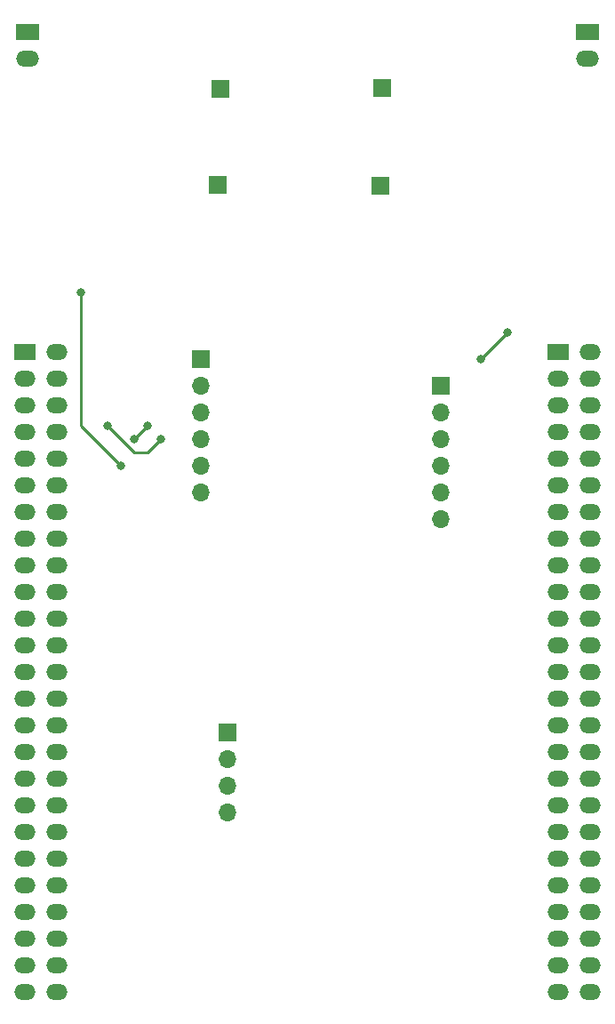
<source format=gbr>
%TF.GenerationSoftware,KiCad,Pcbnew,(7.0.0)*%
%TF.CreationDate,2023-05-29T14:56:51-06:00*%
%TF.ProjectId,GPS_TRACKER,4750535f-5452-4414-934b-45522e6b6963,rev?*%
%TF.SameCoordinates,Original*%
%TF.FileFunction,Copper,L2,Bot*%
%TF.FilePolarity,Positive*%
%FSLAX46Y46*%
G04 Gerber Fmt 4.6, Leading zero omitted, Abs format (unit mm)*
G04 Created by KiCad (PCBNEW (7.0.0)) date 2023-05-29 14:56:51*
%MOMM*%
%LPD*%
G01*
G04 APERTURE LIST*
%TA.AperFunction,ComponentPad*%
%ADD10R,1.700000X1.700000*%
%TD*%
%TA.AperFunction,ComponentPad*%
%ADD11O,1.700000X1.700000*%
%TD*%
%TA.AperFunction,ComponentPad*%
%ADD12R,2.000000X1.500000*%
%TD*%
%TA.AperFunction,ComponentPad*%
%ADD13O,2.000000X1.500000*%
%TD*%
%TA.AperFunction,ComponentPad*%
%ADD14R,2.200000X1.500000*%
%TD*%
%TA.AperFunction,ComponentPad*%
%ADD15O,2.200000X1.500000*%
%TD*%
%TA.AperFunction,ViaPad*%
%ADD16C,0.800000*%
%TD*%
%TA.AperFunction,Conductor*%
%ADD17C,0.250000*%
%TD*%
G04 APERTURE END LIST*
D10*
%TO.P,SMS1,1*%
%TO.N,N/C*%
X142239999Y-74929999D03*
D11*
%TO.P,SMS1,2*%
X142239999Y-77469999D03*
%TO.P,SMS1,3*%
X142239999Y-80009999D03*
%TO.P,SMS1,4*%
X142239999Y-82549999D03*
%TO.P,SMS1,5*%
X142239999Y-85089999D03*
%TO.P,SMS1,6*%
X142239999Y-87629999D03*
%TD*%
D10*
%TO.P,BuckConverter1,1*%
%TO.N,N/C*%
X159501625Y-49114405D03*
%TD*%
%TO.P,BuckConverter1,1*%
%TO.N,N/C*%
X159279106Y-58419999D03*
%TD*%
%TO.P,BuckConverter1,1*%
%TO.N,N/C*%
X143817382Y-58323501D03*
%TD*%
%TO.P,GPS1,1*%
%TO.N,N/C*%
X144779999Y-110489999D03*
D11*
%TO.P,GPS1,2*%
X144779999Y-113029999D03*
%TO.P,GPS1,3*%
X144779999Y-115569999D03*
%TO.P,GPS1,4*%
X144779999Y-118109999D03*
%TD*%
D10*
%TO.P,BuckConverter1,1*%
%TO.N,N/C*%
X144084611Y-49176073D03*
%TD*%
%TO.P,SMS1,1*%
%TO.N,N/C*%
X165099999Y-77469999D03*
D11*
%TO.P,SMS1,2*%
X165099999Y-80009999D03*
%TO.P,SMS1,3*%
X165099999Y-82549999D03*
%TO.P,SMS1,4*%
X165099999Y-85089999D03*
%TO.P,SMS1,5*%
X165099999Y-87629999D03*
%TO.P,SMS1,6*%
X165099999Y-90169999D03*
%TD*%
D12*
%TO.P,STM32F4_Discovery_Header,1*%
%TO.N,N/C*%
X125479999Y-74219999D03*
D13*
%TO.P,STM32F4_Discovery_Header,2*%
X128519999Y-74219999D03*
%TO.P,STM32F4_Discovery_Header,3*%
X125479999Y-76759999D03*
%TO.P,STM32F4_Discovery_Header,4*%
X128519999Y-76759999D03*
%TO.P,STM32F4_Discovery_Header,5*%
X125479999Y-79299999D03*
%TO.P,STM32F4_Discovery_Header,6*%
X128519999Y-79299999D03*
%TO.P,STM32F4_Discovery_Header,7*%
X125479999Y-81839999D03*
%TO.P,STM32F4_Discovery_Header,8*%
X128519999Y-81839999D03*
%TO.P,STM32F4_Discovery_Header,9*%
X125479999Y-84379999D03*
%TO.P,STM32F4_Discovery_Header,10*%
X128519999Y-84379999D03*
%TO.P,STM32F4_Discovery_Header,11*%
X125479999Y-86919999D03*
%TO.P,STM32F4_Discovery_Header,12*%
X128519999Y-86919999D03*
%TO.P,STM32F4_Discovery_Header,13*%
X125479999Y-89459999D03*
%TO.P,STM32F4_Discovery_Header,14*%
X128519999Y-89459999D03*
%TO.P,STM32F4_Discovery_Header,15*%
X125479999Y-91999999D03*
%TO.P,STM32F4_Discovery_Header,16*%
X128519999Y-91999999D03*
%TO.P,STM32F4_Discovery_Header,17*%
X125479999Y-94539999D03*
%TO.P,STM32F4_Discovery_Header,18*%
X128519999Y-94539999D03*
%TO.P,STM32F4_Discovery_Header,19*%
X125479999Y-97079999D03*
%TO.P,STM32F4_Discovery_Header,20*%
X128519999Y-97079999D03*
%TO.P,STM32F4_Discovery_Header,21*%
X125479999Y-99619999D03*
%TO.P,STM32F4_Discovery_Header,22*%
X128519999Y-99619999D03*
%TO.P,STM32F4_Discovery_Header,23*%
X125479999Y-102159999D03*
%TO.P,STM32F4_Discovery_Header,24*%
X128519999Y-102159999D03*
%TO.P,STM32F4_Discovery_Header,25*%
X125479999Y-104699999D03*
%TO.P,STM32F4_Discovery_Header,26*%
X128519999Y-104699999D03*
%TO.P,STM32F4_Discovery_Header,27*%
X125479999Y-107239999D03*
%TO.P,STM32F4_Discovery_Header,28*%
X128519999Y-107239999D03*
%TO.P,STM32F4_Discovery_Header,29*%
X125479999Y-109779999D03*
%TO.P,STM32F4_Discovery_Header,30*%
X128519999Y-109779999D03*
%TO.P,STM32F4_Discovery_Header,31*%
X125479999Y-112319999D03*
%TO.P,STM32F4_Discovery_Header,32*%
X128519999Y-112319999D03*
%TO.P,STM32F4_Discovery_Header,33*%
X125479999Y-114859999D03*
%TO.P,STM32F4_Discovery_Header,34*%
X128519999Y-114859999D03*
%TO.P,STM32F4_Discovery_Header,35*%
X125479999Y-117399999D03*
%TO.P,STM32F4_Discovery_Header,36*%
X128519999Y-117399999D03*
%TO.P,STM32F4_Discovery_Header,37*%
X125479999Y-119939999D03*
%TO.P,STM32F4_Discovery_Header,38*%
X128519999Y-119939999D03*
%TO.P,STM32F4_Discovery_Header,39*%
X125479999Y-122479999D03*
%TO.P,STM32F4_Discovery_Header,40*%
X128519999Y-122479999D03*
%TO.P,STM32F4_Discovery_Header,41*%
X125479999Y-125019999D03*
%TO.P,STM32F4_Discovery_Header,42*%
X128519999Y-125019999D03*
%TO.P,STM32F4_Discovery_Header,43*%
X125479999Y-127559999D03*
%TO.P,STM32F4_Discovery_Header,44*%
X128519999Y-127559999D03*
%TO.P,STM32F4_Discovery_Header,45*%
X125479999Y-130099999D03*
%TO.P,STM32F4_Discovery_Header,46*%
X128519999Y-130099999D03*
%TO.P,STM32F4_Discovery_Header,47*%
X125479999Y-132639999D03*
%TO.P,STM32F4_Discovery_Header,48*%
X128519999Y-132639999D03*
%TO.P,STM32F4_Discovery_Header,49*%
X125479999Y-135179999D03*
D14*
X125729999Y-43739999D03*
D13*
%TO.P,STM32F4_Discovery_Header,50*%
X128519999Y-135179999D03*
D15*
X125729999Y-46279999D03*
D13*
%TO.P,STM32F4_Discovery_Header,51*%
X176279999Y-135179999D03*
D14*
X179069999Y-43739999D03*
D13*
%TO.P,STM32F4_Discovery_Header,52*%
X179319999Y-135179999D03*
D15*
X179069999Y-46279999D03*
D13*
%TO.P,STM32F4_Discovery_Header,53*%
X176279999Y-132639999D03*
%TO.P,STM32F4_Discovery_Header,54*%
X179319999Y-132639999D03*
%TO.P,STM32F4_Discovery_Header,55*%
X176279999Y-130099999D03*
%TO.P,STM32F4_Discovery_Header,56*%
X179319999Y-130099999D03*
%TO.P,STM32F4_Discovery_Header,57*%
X176279999Y-127559999D03*
%TO.P,STM32F4_Discovery_Header,58*%
X179319999Y-127559999D03*
%TO.P,STM32F4_Discovery_Header,59*%
X176279999Y-125019999D03*
%TO.P,STM32F4_Discovery_Header,60*%
X179319999Y-125019999D03*
%TO.P,STM32F4_Discovery_Header,61*%
X176279999Y-122479999D03*
%TO.P,STM32F4_Discovery_Header,62*%
X179319999Y-122479999D03*
%TO.P,STM32F4_Discovery_Header,63*%
X176279999Y-119939999D03*
%TO.P,STM32F4_Discovery_Header,64*%
X179319999Y-119939999D03*
%TO.P,STM32F4_Discovery_Header,65*%
X176279999Y-117399999D03*
%TO.P,STM32F4_Discovery_Header,66*%
X179319999Y-117399999D03*
%TO.P,STM32F4_Discovery_Header,67*%
X176279999Y-114859999D03*
%TO.P,STM32F4_Discovery_Header,68*%
X179319999Y-114859999D03*
%TO.P,STM32F4_Discovery_Header,69*%
X176279999Y-112319999D03*
%TO.P,STM32F4_Discovery_Header,70*%
X179319999Y-112319999D03*
%TO.P,STM32F4_Discovery_Header,71*%
X176279999Y-109779999D03*
%TO.P,STM32F4_Discovery_Header,72*%
X179319999Y-109779999D03*
%TO.P,STM32F4_Discovery_Header,73*%
X176279999Y-107239999D03*
%TO.P,STM32F4_Discovery_Header,74*%
X179319999Y-107239999D03*
%TO.P,STM32F4_Discovery_Header,75*%
X176279999Y-104699999D03*
%TO.P,STM32F4_Discovery_Header,76*%
X179319999Y-104699999D03*
%TO.P,STM32F4_Discovery_Header,77*%
X176279999Y-102159999D03*
%TO.P,STM32F4_Discovery_Header,78*%
X179319999Y-102159999D03*
%TO.P,STM32F4_Discovery_Header,79*%
X176279999Y-99619999D03*
%TO.P,STM32F4_Discovery_Header,80*%
X179319999Y-99619999D03*
%TO.P,STM32F4_Discovery_Header,81*%
X176279999Y-97079999D03*
%TO.P,STM32F4_Discovery_Header,82*%
X179319999Y-97079999D03*
%TO.P,STM32F4_Discovery_Header,83*%
X176279999Y-94539999D03*
%TO.P,STM32F4_Discovery_Header,84*%
X179319999Y-94539999D03*
%TO.P,STM32F4_Discovery_Header,85*%
X176279999Y-91999999D03*
%TO.P,STM32F4_Discovery_Header,86*%
X179319999Y-91999999D03*
%TO.P,STM32F4_Discovery_Header,87*%
X176279999Y-89459999D03*
%TO.P,STM32F4_Discovery_Header,88*%
X179319999Y-89459999D03*
%TO.P,STM32F4_Discovery_Header,89*%
X176279999Y-86919999D03*
%TO.P,STM32F4_Discovery_Header,90*%
X179319999Y-86919999D03*
%TO.P,STM32F4_Discovery_Header,91*%
X176279999Y-84379999D03*
%TO.P,STM32F4_Discovery_Header,92*%
X179319999Y-84379999D03*
%TO.P,STM32F4_Discovery_Header,93*%
X176279999Y-81839999D03*
%TO.P,STM32F4_Discovery_Header,94*%
X179319999Y-81839999D03*
%TO.P,STM32F4_Discovery_Header,95*%
X176279999Y-79299999D03*
%TO.P,STM32F4_Discovery_Header,96*%
X179319999Y-79299999D03*
%TO.P,STM32F4_Discovery_Header,97*%
X176279999Y-76759999D03*
%TO.P,STM32F4_Discovery_Header,98*%
X179319999Y-76759999D03*
D12*
%TO.P,STM32F4_Discovery_Header,99*%
X176279999Y-74219999D03*
D13*
%TO.P,STM32F4_Discovery_Header,100*%
X179319999Y-74219999D03*
%TD*%
D16*
%TO.N,*%
X130810000Y-68580000D03*
X138430000Y-82550000D03*
X137160000Y-81280000D03*
X133350000Y-81280000D03*
X168910000Y-74930000D03*
X135890000Y-82550000D03*
X171450000Y-72390000D03*
X134620000Y-85090000D03*
%TD*%
D17*
%TO.N,*%
X130810000Y-73660000D02*
X130810000Y-68580000D01*
X137160000Y-83820000D02*
X135890000Y-83820000D01*
X135890000Y-82550000D02*
X137160000Y-81280000D01*
X168910000Y-74930000D02*
X171450000Y-72390000D01*
X138430000Y-82550000D02*
X137160000Y-83820000D01*
X134620000Y-85090000D02*
X130810000Y-81280000D01*
X135890000Y-83820000D02*
X133350000Y-81280000D01*
X130810000Y-81280000D02*
X130810000Y-73660000D01*
%TD*%
M02*

</source>
